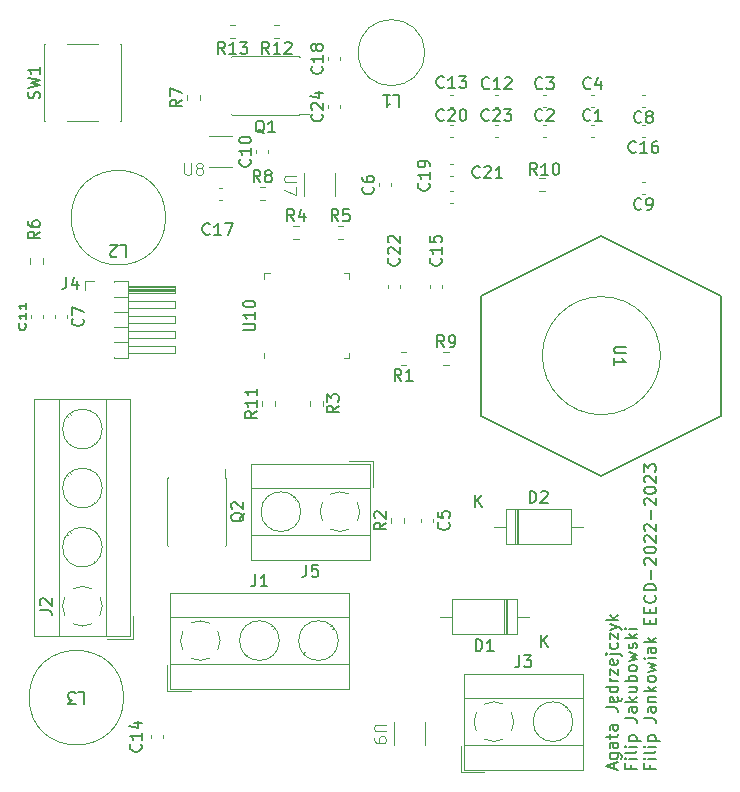
<source format=gbr>
%TF.GenerationSoftware,KiCad,Pcbnew,(6.0.8)*%
%TF.CreationDate,2023-02-22T01:01:06+01:00*%
%TF.ProjectId,EECD-22-7,45454344-2d32-4322-9d37-2e6b69636164,rev?*%
%TF.SameCoordinates,Original*%
%TF.FileFunction,Legend,Top*%
%TF.FilePolarity,Positive*%
%FSLAX46Y46*%
G04 Gerber Fmt 4.6, Leading zero omitted, Abs format (unit mm)*
G04 Created by KiCad (PCBNEW (6.0.8)) date 2023-02-22 01:01:06*
%MOMM*%
%LPD*%
G01*
G04 APERTURE LIST*
%ADD10C,0.150000*%
%ADD11C,0.100000*%
%ADD12C,0.120000*%
%ADD13C,0.200000*%
%ADD14C,0.050000*%
G04 APERTURE END LIST*
D10*
X142066666Y-149064023D02*
X142066666Y-148587833D01*
X142352380Y-149159261D02*
X141352380Y-148825928D01*
X142352380Y-148492595D01*
X141685714Y-147730690D02*
X142495238Y-147730690D01*
X142590476Y-147778309D01*
X142638095Y-147825928D01*
X142685714Y-147921166D01*
X142685714Y-148064023D01*
X142638095Y-148159261D01*
X142304761Y-147730690D02*
X142352380Y-147825928D01*
X142352380Y-148016404D01*
X142304761Y-148111642D01*
X142257142Y-148159261D01*
X142161904Y-148206880D01*
X141876190Y-148206880D01*
X141780952Y-148159261D01*
X141733333Y-148111642D01*
X141685714Y-148016404D01*
X141685714Y-147825928D01*
X141733333Y-147730690D01*
X142352380Y-146825928D02*
X141828571Y-146825928D01*
X141733333Y-146873547D01*
X141685714Y-146968785D01*
X141685714Y-147159261D01*
X141733333Y-147254500D01*
X142304761Y-146825928D02*
X142352380Y-146921166D01*
X142352380Y-147159261D01*
X142304761Y-147254500D01*
X142209523Y-147302119D01*
X142114285Y-147302119D01*
X142019047Y-147254500D01*
X141971428Y-147159261D01*
X141971428Y-146921166D01*
X141923809Y-146825928D01*
X141685714Y-146492595D02*
X141685714Y-146111642D01*
X141352380Y-146349738D02*
X142209523Y-146349738D01*
X142304761Y-146302119D01*
X142352380Y-146206880D01*
X142352380Y-146111642D01*
X142352380Y-145349738D02*
X141828571Y-145349738D01*
X141733333Y-145397357D01*
X141685714Y-145492595D01*
X141685714Y-145683071D01*
X141733333Y-145778309D01*
X142304761Y-145349738D02*
X142352380Y-145444976D01*
X142352380Y-145683071D01*
X142304761Y-145778309D01*
X142209523Y-145825928D01*
X142114285Y-145825928D01*
X142019047Y-145778309D01*
X141971428Y-145683071D01*
X141971428Y-145444976D01*
X141923809Y-145349738D01*
X141352380Y-143825928D02*
X142066666Y-143825928D01*
X142209523Y-143873547D01*
X142304761Y-143968785D01*
X142352380Y-144111642D01*
X142352380Y-144206880D01*
X142304761Y-142968785D02*
X142352380Y-143064023D01*
X142352380Y-143254500D01*
X142304761Y-143349738D01*
X142209523Y-143397357D01*
X141828571Y-143397357D01*
X141733333Y-143349738D01*
X141685714Y-143254500D01*
X141685714Y-143064023D01*
X141733333Y-142968785D01*
X141828571Y-142921166D01*
X141923809Y-142921166D01*
X142019047Y-143397357D01*
X142352380Y-143159261D02*
X142447619Y-143254500D01*
X142542857Y-143302119D01*
X142638095Y-143254500D01*
X142685714Y-143159261D01*
X142685714Y-143064023D01*
X142352380Y-142064023D02*
X141352380Y-142064023D01*
X142304761Y-142064023D02*
X142352380Y-142159261D01*
X142352380Y-142349738D01*
X142304761Y-142444976D01*
X142257142Y-142492595D01*
X142161904Y-142540214D01*
X141876190Y-142540214D01*
X141780952Y-142492595D01*
X141733333Y-142444976D01*
X141685714Y-142349738D01*
X141685714Y-142159261D01*
X141733333Y-142064023D01*
X142352380Y-141587833D02*
X141685714Y-141587833D01*
X141876190Y-141587833D02*
X141780952Y-141540214D01*
X141733333Y-141492595D01*
X141685714Y-141397357D01*
X141685714Y-141302119D01*
X141685714Y-141064023D02*
X141685714Y-140540214D01*
X142352380Y-141064023D01*
X142352380Y-140540214D01*
X142304761Y-139778309D02*
X142352380Y-139873547D01*
X142352380Y-140064023D01*
X142304761Y-140159261D01*
X142209523Y-140206880D01*
X141828571Y-140206880D01*
X141733333Y-140159261D01*
X141685714Y-140064023D01*
X141685714Y-139873547D01*
X141733333Y-139778309D01*
X141828571Y-139730690D01*
X141923809Y-139730690D01*
X142019047Y-140206880D01*
X141685714Y-139302119D02*
X142542857Y-139302119D01*
X142638095Y-139349738D01*
X142685714Y-139444976D01*
X142685714Y-139492595D01*
X141352380Y-139302119D02*
X141400000Y-139349738D01*
X141447619Y-139302119D01*
X141400000Y-139254500D01*
X141352380Y-139302119D01*
X141447619Y-139302119D01*
X142304761Y-138397357D02*
X142352380Y-138492595D01*
X142352380Y-138683071D01*
X142304761Y-138778309D01*
X142257142Y-138825928D01*
X142161904Y-138873547D01*
X141876190Y-138873547D01*
X141780952Y-138825928D01*
X141733333Y-138778309D01*
X141685714Y-138683071D01*
X141685714Y-138492595D01*
X141733333Y-138397357D01*
X141685714Y-138064023D02*
X141685714Y-137540214D01*
X142352380Y-138064023D01*
X142352380Y-137540214D01*
X141685714Y-137254500D02*
X142352380Y-137016404D01*
X141685714Y-136778309D02*
X142352380Y-137016404D01*
X142590476Y-137111642D01*
X142638095Y-137159261D01*
X142685714Y-137254500D01*
X142352380Y-136397357D02*
X141352380Y-136397357D01*
X141971428Y-136302119D02*
X142352380Y-136016404D01*
X141685714Y-136016404D02*
X142066666Y-136397357D01*
X143438571Y-148683071D02*
X143438571Y-149016404D01*
X143962380Y-149016404D02*
X142962380Y-149016404D01*
X142962380Y-148540214D01*
X143962380Y-148159261D02*
X143295714Y-148159261D01*
X142962380Y-148159261D02*
X143010000Y-148206880D01*
X143057619Y-148159261D01*
X143010000Y-148111642D01*
X142962380Y-148159261D01*
X143057619Y-148159261D01*
X143962380Y-147540214D02*
X143914761Y-147635452D01*
X143819523Y-147683071D01*
X142962380Y-147683071D01*
X143962380Y-147159261D02*
X143295714Y-147159261D01*
X142962380Y-147159261D02*
X143010000Y-147206880D01*
X143057619Y-147159261D01*
X143010000Y-147111642D01*
X142962380Y-147159261D01*
X143057619Y-147159261D01*
X143295714Y-146683071D02*
X144295714Y-146683071D01*
X143343333Y-146683071D02*
X143295714Y-146587833D01*
X143295714Y-146397357D01*
X143343333Y-146302119D01*
X143390952Y-146254500D01*
X143486190Y-146206880D01*
X143771904Y-146206880D01*
X143867142Y-146254500D01*
X143914761Y-146302119D01*
X143962380Y-146397357D01*
X143962380Y-146587833D01*
X143914761Y-146683071D01*
X142962380Y-144730690D02*
X143676666Y-144730690D01*
X143819523Y-144778309D01*
X143914761Y-144873547D01*
X143962380Y-145016404D01*
X143962380Y-145111642D01*
X143962380Y-143825928D02*
X143438571Y-143825928D01*
X143343333Y-143873547D01*
X143295714Y-143968785D01*
X143295714Y-144159261D01*
X143343333Y-144254500D01*
X143914761Y-143825928D02*
X143962380Y-143921166D01*
X143962380Y-144159261D01*
X143914761Y-144254500D01*
X143819523Y-144302119D01*
X143724285Y-144302119D01*
X143629047Y-144254500D01*
X143581428Y-144159261D01*
X143581428Y-143921166D01*
X143533809Y-143825928D01*
X143962380Y-143349738D02*
X142962380Y-143349738D01*
X143581428Y-143254500D02*
X143962380Y-142968785D01*
X143295714Y-142968785D02*
X143676666Y-143349738D01*
X143295714Y-142111642D02*
X143962380Y-142111642D01*
X143295714Y-142540214D02*
X143819523Y-142540214D01*
X143914761Y-142492595D01*
X143962380Y-142397357D01*
X143962380Y-142254500D01*
X143914761Y-142159261D01*
X143867142Y-142111642D01*
X143962380Y-141635452D02*
X142962380Y-141635452D01*
X143343333Y-141635452D02*
X143295714Y-141540214D01*
X143295714Y-141349738D01*
X143343333Y-141254500D01*
X143390952Y-141206880D01*
X143486190Y-141159261D01*
X143771904Y-141159261D01*
X143867142Y-141206880D01*
X143914761Y-141254500D01*
X143962380Y-141349738D01*
X143962380Y-141540214D01*
X143914761Y-141635452D01*
X143962380Y-140587833D02*
X143914761Y-140683071D01*
X143867142Y-140730690D01*
X143771904Y-140778309D01*
X143486190Y-140778309D01*
X143390952Y-140730690D01*
X143343333Y-140683071D01*
X143295714Y-140587833D01*
X143295714Y-140444976D01*
X143343333Y-140349738D01*
X143390952Y-140302119D01*
X143486190Y-140254500D01*
X143771904Y-140254500D01*
X143867142Y-140302119D01*
X143914761Y-140349738D01*
X143962380Y-140444976D01*
X143962380Y-140587833D01*
X143295714Y-139921166D02*
X143962380Y-139730690D01*
X143486190Y-139540214D01*
X143962380Y-139349738D01*
X143295714Y-139159261D01*
X143914761Y-138825928D02*
X143962380Y-138730690D01*
X143962380Y-138540214D01*
X143914761Y-138444976D01*
X143819523Y-138397357D01*
X143771904Y-138397357D01*
X143676666Y-138444976D01*
X143629047Y-138540214D01*
X143629047Y-138683071D01*
X143581428Y-138778309D01*
X143486190Y-138825928D01*
X143438571Y-138825928D01*
X143343333Y-138778309D01*
X143295714Y-138683071D01*
X143295714Y-138540214D01*
X143343333Y-138444976D01*
X143962380Y-137968785D02*
X142962380Y-137968785D01*
X143581428Y-137873547D02*
X143962380Y-137587833D01*
X143295714Y-137587833D02*
X143676666Y-137968785D01*
X143962380Y-137159261D02*
X143295714Y-137159261D01*
X142962380Y-137159261D02*
X143010000Y-137206880D01*
X143057619Y-137159261D01*
X143010000Y-137111642D01*
X142962380Y-137159261D01*
X143057619Y-137159261D01*
X145048571Y-148683071D02*
X145048571Y-149016404D01*
X145572380Y-149016404D02*
X144572380Y-149016404D01*
X144572380Y-148540214D01*
X145572380Y-148159261D02*
X144905714Y-148159261D01*
X144572380Y-148159261D02*
X144620000Y-148206880D01*
X144667619Y-148159261D01*
X144620000Y-148111642D01*
X144572380Y-148159261D01*
X144667619Y-148159261D01*
X145572380Y-147540214D02*
X145524761Y-147635452D01*
X145429523Y-147683071D01*
X144572380Y-147683071D01*
X145572380Y-147159261D02*
X144905714Y-147159261D01*
X144572380Y-147159261D02*
X144620000Y-147206880D01*
X144667619Y-147159261D01*
X144620000Y-147111642D01*
X144572380Y-147159261D01*
X144667619Y-147159261D01*
X144905714Y-146683071D02*
X145905714Y-146683071D01*
X144953333Y-146683071D02*
X144905714Y-146587833D01*
X144905714Y-146397357D01*
X144953333Y-146302119D01*
X145000952Y-146254500D01*
X145096190Y-146206880D01*
X145381904Y-146206880D01*
X145477142Y-146254500D01*
X145524761Y-146302119D01*
X145572380Y-146397357D01*
X145572380Y-146587833D01*
X145524761Y-146683071D01*
X144572380Y-144730690D02*
X145286666Y-144730690D01*
X145429523Y-144778309D01*
X145524761Y-144873547D01*
X145572380Y-145016404D01*
X145572380Y-145111642D01*
X145572380Y-143825928D02*
X145048571Y-143825928D01*
X144953333Y-143873547D01*
X144905714Y-143968785D01*
X144905714Y-144159261D01*
X144953333Y-144254500D01*
X145524761Y-143825928D02*
X145572380Y-143921166D01*
X145572380Y-144159261D01*
X145524761Y-144254500D01*
X145429523Y-144302119D01*
X145334285Y-144302119D01*
X145239047Y-144254500D01*
X145191428Y-144159261D01*
X145191428Y-143921166D01*
X145143809Y-143825928D01*
X144905714Y-143349738D02*
X145572380Y-143349738D01*
X145000952Y-143349738D02*
X144953333Y-143302119D01*
X144905714Y-143206880D01*
X144905714Y-143064023D01*
X144953333Y-142968785D01*
X145048571Y-142921166D01*
X145572380Y-142921166D01*
X145572380Y-142444976D02*
X144572380Y-142444976D01*
X145191428Y-142349738D02*
X145572380Y-142064023D01*
X144905714Y-142064023D02*
X145286666Y-142444976D01*
X145572380Y-141492595D02*
X145524761Y-141587833D01*
X145477142Y-141635452D01*
X145381904Y-141683071D01*
X145096190Y-141683071D01*
X145000952Y-141635452D01*
X144953333Y-141587833D01*
X144905714Y-141492595D01*
X144905714Y-141349738D01*
X144953333Y-141254500D01*
X145000952Y-141206880D01*
X145096190Y-141159261D01*
X145381904Y-141159261D01*
X145477142Y-141206880D01*
X145524761Y-141254500D01*
X145572380Y-141349738D01*
X145572380Y-141492595D01*
X144905714Y-140825928D02*
X145572380Y-140635452D01*
X145096190Y-140444976D01*
X145572380Y-140254500D01*
X144905714Y-140064023D01*
X145572380Y-139683071D02*
X144905714Y-139683071D01*
X144572380Y-139683071D02*
X144620000Y-139730690D01*
X144667619Y-139683071D01*
X144620000Y-139635452D01*
X144572380Y-139683071D01*
X144667619Y-139683071D01*
X145572380Y-138778309D02*
X145048571Y-138778309D01*
X144953333Y-138825928D01*
X144905714Y-138921166D01*
X144905714Y-139111642D01*
X144953333Y-139206880D01*
X145524761Y-138778309D02*
X145572380Y-138873547D01*
X145572380Y-139111642D01*
X145524761Y-139206880D01*
X145429523Y-139254500D01*
X145334285Y-139254500D01*
X145239047Y-139206880D01*
X145191428Y-139111642D01*
X145191428Y-138873547D01*
X145143809Y-138778309D01*
X145572380Y-138302119D02*
X144572380Y-138302119D01*
X145191428Y-138206880D02*
X145572380Y-137921166D01*
X144905714Y-137921166D02*
X145286666Y-138302119D01*
X145048571Y-136730690D02*
X145048571Y-136397357D01*
X145572380Y-136254500D02*
X145572380Y-136730690D01*
X144572380Y-136730690D01*
X144572380Y-136254500D01*
X145048571Y-135825928D02*
X145048571Y-135492595D01*
X145572380Y-135349738D02*
X145572380Y-135825928D01*
X144572380Y-135825928D01*
X144572380Y-135349738D01*
X145477142Y-134349738D02*
X145524761Y-134397357D01*
X145572380Y-134540214D01*
X145572380Y-134635452D01*
X145524761Y-134778309D01*
X145429523Y-134873547D01*
X145334285Y-134921166D01*
X145143809Y-134968785D01*
X145000952Y-134968785D01*
X144810476Y-134921166D01*
X144715238Y-134873547D01*
X144620000Y-134778309D01*
X144572380Y-134635452D01*
X144572380Y-134540214D01*
X144620000Y-134397357D01*
X144667619Y-134349738D01*
X145572380Y-133921166D02*
X144572380Y-133921166D01*
X144572380Y-133683071D01*
X144620000Y-133540214D01*
X144715238Y-133444976D01*
X144810476Y-133397357D01*
X145000952Y-133349738D01*
X145143809Y-133349738D01*
X145334285Y-133397357D01*
X145429523Y-133444976D01*
X145524761Y-133540214D01*
X145572380Y-133683071D01*
X145572380Y-133921166D01*
X145191428Y-132921166D02*
X145191428Y-132159261D01*
X144667619Y-131730690D02*
X144620000Y-131683071D01*
X144572380Y-131587833D01*
X144572380Y-131349738D01*
X144620000Y-131254500D01*
X144667619Y-131206880D01*
X144762857Y-131159261D01*
X144858095Y-131159261D01*
X145000952Y-131206880D01*
X145572380Y-131778309D01*
X145572380Y-131159261D01*
X144572380Y-130540214D02*
X144572380Y-130444976D01*
X144620000Y-130349738D01*
X144667619Y-130302119D01*
X144762857Y-130254500D01*
X144953333Y-130206880D01*
X145191428Y-130206880D01*
X145381904Y-130254500D01*
X145477142Y-130302119D01*
X145524761Y-130349738D01*
X145572380Y-130444976D01*
X145572380Y-130540214D01*
X145524761Y-130635452D01*
X145477142Y-130683071D01*
X145381904Y-130730690D01*
X145191428Y-130778309D01*
X144953333Y-130778309D01*
X144762857Y-130730690D01*
X144667619Y-130683071D01*
X144620000Y-130635452D01*
X144572380Y-130540214D01*
X144667619Y-129825928D02*
X144620000Y-129778309D01*
X144572380Y-129683071D01*
X144572380Y-129444976D01*
X144620000Y-129349738D01*
X144667619Y-129302119D01*
X144762857Y-129254500D01*
X144858095Y-129254500D01*
X145000952Y-129302119D01*
X145572380Y-129873547D01*
X145572380Y-129254500D01*
X144667619Y-128873547D02*
X144620000Y-128825928D01*
X144572380Y-128730690D01*
X144572380Y-128492595D01*
X144620000Y-128397357D01*
X144667619Y-128349738D01*
X144762857Y-128302119D01*
X144858095Y-128302119D01*
X145000952Y-128349738D01*
X145572380Y-128921166D01*
X145572380Y-128302119D01*
X145191428Y-127873547D02*
X145191428Y-127111642D01*
X144667619Y-126683071D02*
X144620000Y-126635452D01*
X144572380Y-126540214D01*
X144572380Y-126302119D01*
X144620000Y-126206880D01*
X144667619Y-126159261D01*
X144762857Y-126111642D01*
X144858095Y-126111642D01*
X145000952Y-126159261D01*
X145572380Y-126730690D01*
X145572380Y-126111642D01*
X144572380Y-125492595D02*
X144572380Y-125397357D01*
X144620000Y-125302119D01*
X144667619Y-125254500D01*
X144762857Y-125206880D01*
X144953333Y-125159261D01*
X145191428Y-125159261D01*
X145381904Y-125206880D01*
X145477142Y-125254500D01*
X145524761Y-125302119D01*
X145572380Y-125397357D01*
X145572380Y-125492595D01*
X145524761Y-125587833D01*
X145477142Y-125635452D01*
X145381904Y-125683071D01*
X145191428Y-125730690D01*
X144953333Y-125730690D01*
X144762857Y-125683071D01*
X144667619Y-125635452D01*
X144620000Y-125587833D01*
X144572380Y-125492595D01*
X144667619Y-124778309D02*
X144620000Y-124730690D01*
X144572380Y-124635452D01*
X144572380Y-124397357D01*
X144620000Y-124302119D01*
X144667619Y-124254500D01*
X144762857Y-124206880D01*
X144858095Y-124206880D01*
X145000952Y-124254500D01*
X145572380Y-124825928D01*
X145572380Y-124206880D01*
X144572380Y-123873547D02*
X144572380Y-123254500D01*
X144953333Y-123587833D01*
X144953333Y-123444976D01*
X145000952Y-123349738D01*
X145048571Y-123302119D01*
X145143809Y-123254500D01*
X145381904Y-123254500D01*
X145477142Y-123302119D01*
X145524761Y-123349738D01*
X145572380Y-123444976D01*
X145572380Y-123730690D01*
X145524761Y-123825928D01*
X145477142Y-123873547D01*
%TO.C,J3*%
X134032666Y-139426380D02*
X134032666Y-140140666D01*
X133985047Y-140283523D01*
X133889809Y-140378761D01*
X133746952Y-140426380D01*
X133651714Y-140426380D01*
X134413619Y-139426380D02*
X135032666Y-139426380D01*
X134699333Y-139807333D01*
X134842190Y-139807333D01*
X134937428Y-139854952D01*
X134985047Y-139902571D01*
X135032666Y-139997809D01*
X135032666Y-140235904D01*
X134985047Y-140331142D01*
X134937428Y-140378761D01*
X134842190Y-140426380D01*
X134556476Y-140426380D01*
X134461238Y-140378761D01*
X134413619Y-140331142D01*
%TO.C,C7*%
X97037142Y-110910666D02*
X97084761Y-110958285D01*
X97132380Y-111101142D01*
X97132380Y-111196380D01*
X97084761Y-111339238D01*
X96989523Y-111434476D01*
X96894285Y-111482095D01*
X96703809Y-111529714D01*
X96560952Y-111529714D01*
X96370476Y-111482095D01*
X96275238Y-111434476D01*
X96180000Y-111339238D01*
X96132380Y-111196380D01*
X96132380Y-111101142D01*
X96180000Y-110958285D01*
X96227619Y-110910666D01*
X96132380Y-110577333D02*
X96132380Y-109910666D01*
X97132380Y-110339238D01*
%TO.C,D1*%
X130325904Y-139066380D02*
X130325904Y-138066380D01*
X130564000Y-138066380D01*
X130706857Y-138114000D01*
X130802095Y-138209238D01*
X130849714Y-138304476D01*
X130897333Y-138494952D01*
X130897333Y-138637809D01*
X130849714Y-138828285D01*
X130802095Y-138923523D01*
X130706857Y-139018761D01*
X130564000Y-139066380D01*
X130325904Y-139066380D01*
X131849714Y-139066380D02*
X131278285Y-139066380D01*
X131564000Y-139066380D02*
X131564000Y-138066380D01*
X131468761Y-138209238D01*
X131373523Y-138304476D01*
X131278285Y-138352095D01*
X135882095Y-138696380D02*
X135882095Y-137696380D01*
X136453523Y-138696380D02*
X136024952Y-138124952D01*
X136453523Y-137696380D02*
X135882095Y-138267809D01*
%TO.C,C20*%
X127627142Y-94083142D02*
X127579523Y-94130761D01*
X127436666Y-94178380D01*
X127341428Y-94178380D01*
X127198571Y-94130761D01*
X127103333Y-94035523D01*
X127055714Y-93940285D01*
X127008095Y-93749809D01*
X127008095Y-93606952D01*
X127055714Y-93416476D01*
X127103333Y-93321238D01*
X127198571Y-93226000D01*
X127341428Y-93178380D01*
X127436666Y-93178380D01*
X127579523Y-93226000D01*
X127627142Y-93273619D01*
X128008095Y-93273619D02*
X128055714Y-93226000D01*
X128150952Y-93178380D01*
X128389047Y-93178380D01*
X128484285Y-93226000D01*
X128531904Y-93273619D01*
X128579523Y-93368857D01*
X128579523Y-93464095D01*
X128531904Y-93606952D01*
X127960476Y-94178380D01*
X128579523Y-94178380D01*
X129198571Y-93178380D02*
X129293809Y-93178380D01*
X129389047Y-93226000D01*
X129436666Y-93273619D01*
X129484285Y-93368857D01*
X129531904Y-93559333D01*
X129531904Y-93797428D01*
X129484285Y-93987904D01*
X129436666Y-94083142D01*
X129389047Y-94130761D01*
X129293809Y-94178380D01*
X129198571Y-94178380D01*
X129103333Y-94130761D01*
X129055714Y-94083142D01*
X129008095Y-93987904D01*
X128960476Y-93797428D01*
X128960476Y-93559333D01*
X129008095Y-93368857D01*
X129055714Y-93273619D01*
X129103333Y-93226000D01*
X129198571Y-93178380D01*
%TO.C,C15*%
X127357142Y-105798857D02*
X127404761Y-105846476D01*
X127452380Y-105989333D01*
X127452380Y-106084571D01*
X127404761Y-106227428D01*
X127309523Y-106322666D01*
X127214285Y-106370285D01*
X127023809Y-106417904D01*
X126880952Y-106417904D01*
X126690476Y-106370285D01*
X126595238Y-106322666D01*
X126500000Y-106227428D01*
X126452380Y-106084571D01*
X126452380Y-105989333D01*
X126500000Y-105846476D01*
X126547619Y-105798857D01*
X127452380Y-104846476D02*
X127452380Y-105417904D01*
X127452380Y-105132190D02*
X126452380Y-105132190D01*
X126595238Y-105227428D01*
X126690476Y-105322666D01*
X126738095Y-105417904D01*
X126452380Y-103941714D02*
X126452380Y-104417904D01*
X126928571Y-104465523D01*
X126880952Y-104417904D01*
X126833333Y-104322666D01*
X126833333Y-104084571D01*
X126880952Y-103989333D01*
X126928571Y-103941714D01*
X127023809Y-103894095D01*
X127261904Y-103894095D01*
X127357142Y-103941714D01*
X127404761Y-103989333D01*
X127452380Y-104084571D01*
X127452380Y-104322666D01*
X127404761Y-104417904D01*
X127357142Y-104465523D01*
%TO.C,C17*%
X107815142Y-103735142D02*
X107767523Y-103782761D01*
X107624666Y-103830380D01*
X107529428Y-103830380D01*
X107386571Y-103782761D01*
X107291333Y-103687523D01*
X107243714Y-103592285D01*
X107196095Y-103401809D01*
X107196095Y-103258952D01*
X107243714Y-103068476D01*
X107291333Y-102973238D01*
X107386571Y-102878000D01*
X107529428Y-102830380D01*
X107624666Y-102830380D01*
X107767523Y-102878000D01*
X107815142Y-102925619D01*
X108767523Y-103830380D02*
X108196095Y-103830380D01*
X108481809Y-103830380D02*
X108481809Y-102830380D01*
X108386571Y-102973238D01*
X108291333Y-103068476D01*
X108196095Y-103116095D01*
X109100857Y-102830380D02*
X109767523Y-102830380D01*
X109338952Y-103830380D01*
%TO.C,J4*%
X95678666Y-107402380D02*
X95678666Y-108116666D01*
X95631047Y-108259523D01*
X95535809Y-108354761D01*
X95392952Y-108402380D01*
X95297714Y-108402380D01*
X96583428Y-107735714D02*
X96583428Y-108402380D01*
X96345333Y-107354761D02*
X96107238Y-108069047D01*
X96726285Y-108069047D01*
%TO.C,C23*%
X131437142Y-94083142D02*
X131389523Y-94130761D01*
X131246666Y-94178380D01*
X131151428Y-94178380D01*
X131008571Y-94130761D01*
X130913333Y-94035523D01*
X130865714Y-93940285D01*
X130818095Y-93749809D01*
X130818095Y-93606952D01*
X130865714Y-93416476D01*
X130913333Y-93321238D01*
X131008571Y-93226000D01*
X131151428Y-93178380D01*
X131246666Y-93178380D01*
X131389523Y-93226000D01*
X131437142Y-93273619D01*
X131818095Y-93273619D02*
X131865714Y-93226000D01*
X131960952Y-93178380D01*
X132199047Y-93178380D01*
X132294285Y-93226000D01*
X132341904Y-93273619D01*
X132389523Y-93368857D01*
X132389523Y-93464095D01*
X132341904Y-93606952D01*
X131770476Y-94178380D01*
X132389523Y-94178380D01*
X132722857Y-93178380D02*
X133341904Y-93178380D01*
X133008571Y-93559333D01*
X133151428Y-93559333D01*
X133246666Y-93606952D01*
X133294285Y-93654571D01*
X133341904Y-93749809D01*
X133341904Y-93987904D01*
X133294285Y-94083142D01*
X133246666Y-94130761D01*
X133151428Y-94178380D01*
X132865714Y-94178380D01*
X132770476Y-94130761D01*
X132722857Y-94083142D01*
%TO.C,R5*%
X118705333Y-102654380D02*
X118372000Y-102178190D01*
X118133904Y-102654380D02*
X118133904Y-101654380D01*
X118514857Y-101654380D01*
X118610095Y-101702000D01*
X118657714Y-101749619D01*
X118705333Y-101844857D01*
X118705333Y-101987714D01*
X118657714Y-102082952D01*
X118610095Y-102130571D01*
X118514857Y-102178190D01*
X118133904Y-102178190D01*
X119610095Y-101654380D02*
X119133904Y-101654380D01*
X119086285Y-102130571D01*
X119133904Y-102082952D01*
X119229142Y-102035333D01*
X119467238Y-102035333D01*
X119562476Y-102082952D01*
X119610095Y-102130571D01*
X119657714Y-102225809D01*
X119657714Y-102463904D01*
X119610095Y-102559142D01*
X119562476Y-102606761D01*
X119467238Y-102654380D01*
X119229142Y-102654380D01*
X119133904Y-102606761D01*
X119086285Y-102559142D01*
%TO.C,R1*%
X124039333Y-116182380D02*
X123706000Y-115706190D01*
X123467904Y-116182380D02*
X123467904Y-115182380D01*
X123848857Y-115182380D01*
X123944095Y-115230000D01*
X123991714Y-115277619D01*
X124039333Y-115372857D01*
X124039333Y-115515714D01*
X123991714Y-115610952D01*
X123944095Y-115658571D01*
X123848857Y-115706190D01*
X123467904Y-115706190D01*
X124991714Y-116182380D02*
X124420285Y-116182380D01*
X124706000Y-116182380D02*
X124706000Y-115182380D01*
X124610761Y-115325238D01*
X124515523Y-115420476D01*
X124420285Y-115468095D01*
%TO.C,U1*%
X143041619Y-113284095D02*
X142232095Y-113284095D01*
X142136857Y-113331714D01*
X142089238Y-113379333D01*
X142041619Y-113474571D01*
X142041619Y-113665047D01*
X142089238Y-113760285D01*
X142136857Y-113807904D01*
X142232095Y-113855523D01*
X143041619Y-113855523D01*
X142041619Y-114855523D02*
X142041619Y-114284095D01*
X142041619Y-114569809D02*
X143041619Y-114569809D01*
X142898761Y-114474571D01*
X142803523Y-114379333D01*
X142755904Y-114284095D01*
%TO.C,R10*%
X135501142Y-98750380D02*
X135167809Y-98274190D01*
X134929714Y-98750380D02*
X134929714Y-97750380D01*
X135310666Y-97750380D01*
X135405904Y-97798000D01*
X135453523Y-97845619D01*
X135501142Y-97940857D01*
X135501142Y-98083714D01*
X135453523Y-98178952D01*
X135405904Y-98226571D01*
X135310666Y-98274190D01*
X134929714Y-98274190D01*
X136453523Y-98750380D02*
X135882095Y-98750380D01*
X136167809Y-98750380D02*
X136167809Y-97750380D01*
X136072571Y-97893238D01*
X135977333Y-97988476D01*
X135882095Y-98036095D01*
X137072571Y-97750380D02*
X137167809Y-97750380D01*
X137263047Y-97798000D01*
X137310666Y-97845619D01*
X137358285Y-97940857D01*
X137405904Y-98131333D01*
X137405904Y-98369428D01*
X137358285Y-98559904D01*
X137310666Y-98655142D01*
X137263047Y-98702761D01*
X137167809Y-98750380D01*
X137072571Y-98750380D01*
X136977333Y-98702761D01*
X136929714Y-98655142D01*
X136882095Y-98559904D01*
X136834476Y-98369428D01*
X136834476Y-98131333D01*
X136882095Y-97940857D01*
X136929714Y-97845619D01*
X136977333Y-97798000D01*
X137072571Y-97750380D01*
%TO.C,R11*%
X111798380Y-118752857D02*
X111322190Y-119086190D01*
X111798380Y-119324285D02*
X110798380Y-119324285D01*
X110798380Y-118943333D01*
X110846000Y-118848095D01*
X110893619Y-118800476D01*
X110988857Y-118752857D01*
X111131714Y-118752857D01*
X111226952Y-118800476D01*
X111274571Y-118848095D01*
X111322190Y-118943333D01*
X111322190Y-119324285D01*
X111798380Y-117800476D02*
X111798380Y-118371904D01*
X111798380Y-118086190D02*
X110798380Y-118086190D01*
X110941238Y-118181428D01*
X111036476Y-118276666D01*
X111084095Y-118371904D01*
X111798380Y-116848095D02*
X111798380Y-117419523D01*
X111798380Y-117133809D02*
X110798380Y-117133809D01*
X110941238Y-117229047D01*
X111036476Y-117324285D01*
X111084095Y-117419523D01*
%TO.C,R13*%
X109085142Y-88496380D02*
X108751809Y-88020190D01*
X108513714Y-88496380D02*
X108513714Y-87496380D01*
X108894666Y-87496380D01*
X108989904Y-87544000D01*
X109037523Y-87591619D01*
X109085142Y-87686857D01*
X109085142Y-87829714D01*
X109037523Y-87924952D01*
X108989904Y-87972571D01*
X108894666Y-88020190D01*
X108513714Y-88020190D01*
X110037523Y-88496380D02*
X109466095Y-88496380D01*
X109751809Y-88496380D02*
X109751809Y-87496380D01*
X109656571Y-87639238D01*
X109561333Y-87734476D01*
X109466095Y-87782095D01*
X110370857Y-87496380D02*
X110989904Y-87496380D01*
X110656571Y-87877333D01*
X110799428Y-87877333D01*
X110894666Y-87924952D01*
X110942285Y-87972571D01*
X110989904Y-88067809D01*
X110989904Y-88305904D01*
X110942285Y-88401142D01*
X110894666Y-88448761D01*
X110799428Y-88496380D01*
X110513714Y-88496380D01*
X110418476Y-88448761D01*
X110370857Y-88401142D01*
%TO.C,C18*%
X117291142Y-89555857D02*
X117338761Y-89603476D01*
X117386380Y-89746333D01*
X117386380Y-89841571D01*
X117338761Y-89984428D01*
X117243523Y-90079666D01*
X117148285Y-90127285D01*
X116957809Y-90174904D01*
X116814952Y-90174904D01*
X116624476Y-90127285D01*
X116529238Y-90079666D01*
X116434000Y-89984428D01*
X116386380Y-89841571D01*
X116386380Y-89746333D01*
X116434000Y-89603476D01*
X116481619Y-89555857D01*
X117386380Y-88603476D02*
X117386380Y-89174904D01*
X117386380Y-88889190D02*
X116386380Y-88889190D01*
X116529238Y-88984428D01*
X116624476Y-89079666D01*
X116672095Y-89174904D01*
X116814952Y-88032047D02*
X116767333Y-88127285D01*
X116719714Y-88174904D01*
X116624476Y-88222523D01*
X116576857Y-88222523D01*
X116481619Y-88174904D01*
X116434000Y-88127285D01*
X116386380Y-88032047D01*
X116386380Y-87841571D01*
X116434000Y-87746333D01*
X116481619Y-87698714D01*
X116576857Y-87651095D01*
X116624476Y-87651095D01*
X116719714Y-87698714D01*
X116767333Y-87746333D01*
X116814952Y-87841571D01*
X116814952Y-88032047D01*
X116862571Y-88127285D01*
X116910190Y-88174904D01*
X117005428Y-88222523D01*
X117195904Y-88222523D01*
X117291142Y-88174904D01*
X117338761Y-88127285D01*
X117386380Y-88032047D01*
X117386380Y-87841571D01*
X117338761Y-87746333D01*
X117291142Y-87698714D01*
X117195904Y-87651095D01*
X117005428Y-87651095D01*
X116910190Y-87698714D01*
X116862571Y-87746333D01*
X116814952Y-87841571D01*
%TO.C,C9*%
X144359333Y-101609142D02*
X144311714Y-101656761D01*
X144168857Y-101704380D01*
X144073619Y-101704380D01*
X143930761Y-101656761D01*
X143835523Y-101561523D01*
X143787904Y-101466285D01*
X143740285Y-101275809D01*
X143740285Y-101132952D01*
X143787904Y-100942476D01*
X143835523Y-100847238D01*
X143930761Y-100752000D01*
X144073619Y-100704380D01*
X144168857Y-100704380D01*
X144311714Y-100752000D01*
X144359333Y-100799619D01*
X144835523Y-101704380D02*
X145026000Y-101704380D01*
X145121238Y-101656761D01*
X145168857Y-101609142D01*
X145264095Y-101466285D01*
X145311714Y-101275809D01*
X145311714Y-100894857D01*
X145264095Y-100799619D01*
X145216476Y-100752000D01*
X145121238Y-100704380D01*
X144930761Y-100704380D01*
X144835523Y-100752000D01*
X144787904Y-100799619D01*
X144740285Y-100894857D01*
X144740285Y-101132952D01*
X144787904Y-101228190D01*
X144835523Y-101275809D01*
X144930761Y-101323428D01*
X145121238Y-101323428D01*
X145216476Y-101275809D01*
X145264095Y-101228190D01*
X145311714Y-101132952D01*
%TO.C,L2*%
X100242666Y-104703619D02*
X100718857Y-104703619D01*
X100718857Y-105703619D01*
X99956952Y-105608380D02*
X99909333Y-105656000D01*
X99814095Y-105703619D01*
X99576000Y-105703619D01*
X99480761Y-105656000D01*
X99433142Y-105608380D01*
X99385523Y-105513142D01*
X99385523Y-105417904D01*
X99433142Y-105275047D01*
X100004571Y-104703619D01*
X99385523Y-104703619D01*
%TO.C,C4*%
X140054333Y-91383142D02*
X140006714Y-91430761D01*
X139863857Y-91478380D01*
X139768619Y-91478380D01*
X139625761Y-91430761D01*
X139530523Y-91335523D01*
X139482904Y-91240285D01*
X139435285Y-91049809D01*
X139435285Y-90906952D01*
X139482904Y-90716476D01*
X139530523Y-90621238D01*
X139625761Y-90526000D01*
X139768619Y-90478380D01*
X139863857Y-90478380D01*
X140006714Y-90526000D01*
X140054333Y-90573619D01*
X140911476Y-90811714D02*
X140911476Y-91478380D01*
X140673380Y-90430761D02*
X140435285Y-91145047D01*
X141054333Y-91145047D01*
%TO.C,C2*%
X135977333Y-94083142D02*
X135929714Y-94130761D01*
X135786857Y-94178380D01*
X135691619Y-94178380D01*
X135548761Y-94130761D01*
X135453523Y-94035523D01*
X135405904Y-93940285D01*
X135358285Y-93749809D01*
X135358285Y-93606952D01*
X135405904Y-93416476D01*
X135453523Y-93321238D01*
X135548761Y-93226000D01*
X135691619Y-93178380D01*
X135786857Y-93178380D01*
X135929714Y-93226000D01*
X135977333Y-93273619D01*
X136358285Y-93273619D02*
X136405904Y-93226000D01*
X136501142Y-93178380D01*
X136739238Y-93178380D01*
X136834476Y-93226000D01*
X136882095Y-93273619D01*
X136929714Y-93368857D01*
X136929714Y-93464095D01*
X136882095Y-93606952D01*
X136310666Y-94178380D01*
X136929714Y-94178380D01*
%TO.C,D2*%
X134897904Y-126506380D02*
X134897904Y-125506380D01*
X135136000Y-125506380D01*
X135278857Y-125554000D01*
X135374095Y-125649238D01*
X135421714Y-125744476D01*
X135469333Y-125934952D01*
X135469333Y-126077809D01*
X135421714Y-126268285D01*
X135374095Y-126363523D01*
X135278857Y-126458761D01*
X135136000Y-126506380D01*
X134897904Y-126506380D01*
X135850285Y-125601619D02*
X135897904Y-125554000D01*
X135993142Y-125506380D01*
X136231238Y-125506380D01*
X136326476Y-125554000D01*
X136374095Y-125601619D01*
X136421714Y-125696857D01*
X136421714Y-125792095D01*
X136374095Y-125934952D01*
X135802666Y-126506380D01*
X136421714Y-126506380D01*
X130294095Y-126876380D02*
X130294095Y-125876380D01*
X130865523Y-126876380D02*
X130436952Y-126304952D01*
X130865523Y-125876380D02*
X130294095Y-126447809D01*
%TO.C,C13*%
X127627142Y-91289142D02*
X127579523Y-91336761D01*
X127436666Y-91384380D01*
X127341428Y-91384380D01*
X127198571Y-91336761D01*
X127103333Y-91241523D01*
X127055714Y-91146285D01*
X127008095Y-90955809D01*
X127008095Y-90812952D01*
X127055714Y-90622476D01*
X127103333Y-90527238D01*
X127198571Y-90432000D01*
X127341428Y-90384380D01*
X127436666Y-90384380D01*
X127579523Y-90432000D01*
X127627142Y-90479619D01*
X128579523Y-91384380D02*
X128008095Y-91384380D01*
X128293809Y-91384380D02*
X128293809Y-90384380D01*
X128198571Y-90527238D01*
X128103333Y-90622476D01*
X128008095Y-90670095D01*
X128912857Y-90384380D02*
X129531904Y-90384380D01*
X129198571Y-90765333D01*
X129341428Y-90765333D01*
X129436666Y-90812952D01*
X129484285Y-90860571D01*
X129531904Y-90955809D01*
X129531904Y-91193904D01*
X129484285Y-91289142D01*
X129436666Y-91336761D01*
X129341428Y-91384380D01*
X129055714Y-91384380D01*
X128960476Y-91336761D01*
X128912857Y-91289142D01*
%TO.C,SW1*%
X93382761Y-92265333D02*
X93430380Y-92122476D01*
X93430380Y-91884380D01*
X93382761Y-91789142D01*
X93335142Y-91741523D01*
X93239904Y-91693904D01*
X93144666Y-91693904D01*
X93049428Y-91741523D01*
X93001809Y-91789142D01*
X92954190Y-91884380D01*
X92906571Y-92074857D01*
X92858952Y-92170095D01*
X92811333Y-92217714D01*
X92716095Y-92265333D01*
X92620857Y-92265333D01*
X92525619Y-92217714D01*
X92478000Y-92170095D01*
X92430380Y-92074857D01*
X92430380Y-91836761D01*
X92478000Y-91693904D01*
X92430380Y-91360571D02*
X93430380Y-91122476D01*
X92716095Y-90932000D01*
X93430380Y-90741523D01*
X92430380Y-90503428D01*
X93430380Y-89598666D02*
X93430380Y-90170095D01*
X93430380Y-89884380D02*
X92430380Y-89884380D01*
X92573238Y-89979619D01*
X92668476Y-90074857D01*
X92716095Y-90170095D01*
%TO.C,C10*%
X111195142Y-97416857D02*
X111242761Y-97464476D01*
X111290380Y-97607333D01*
X111290380Y-97702571D01*
X111242761Y-97845428D01*
X111147523Y-97940666D01*
X111052285Y-97988285D01*
X110861809Y-98035904D01*
X110718952Y-98035904D01*
X110528476Y-97988285D01*
X110433238Y-97940666D01*
X110338000Y-97845428D01*
X110290380Y-97702571D01*
X110290380Y-97607333D01*
X110338000Y-97464476D01*
X110385619Y-97416857D01*
X111290380Y-96464476D02*
X111290380Y-97035904D01*
X111290380Y-96750190D02*
X110290380Y-96750190D01*
X110433238Y-96845428D01*
X110528476Y-96940666D01*
X110576095Y-97035904D01*
X110290380Y-95845428D02*
X110290380Y-95750190D01*
X110338000Y-95654952D01*
X110385619Y-95607333D01*
X110480857Y-95559714D01*
X110671333Y-95512095D01*
X110909428Y-95512095D01*
X111099904Y-95559714D01*
X111195142Y-95607333D01*
X111242761Y-95654952D01*
X111290380Y-95750190D01*
X111290380Y-95845428D01*
X111242761Y-95940666D01*
X111195142Y-95988285D01*
X111099904Y-96035904D01*
X110909428Y-96083523D01*
X110671333Y-96083523D01*
X110480857Y-96035904D01*
X110385619Y-95988285D01*
X110338000Y-95940666D01*
X110290380Y-95845428D01*
%TO.C,C21*%
X130675142Y-98909142D02*
X130627523Y-98956761D01*
X130484666Y-99004380D01*
X130389428Y-99004380D01*
X130246571Y-98956761D01*
X130151333Y-98861523D01*
X130103714Y-98766285D01*
X130056095Y-98575809D01*
X130056095Y-98432952D01*
X130103714Y-98242476D01*
X130151333Y-98147238D01*
X130246571Y-98052000D01*
X130389428Y-98004380D01*
X130484666Y-98004380D01*
X130627523Y-98052000D01*
X130675142Y-98099619D01*
X131056095Y-98099619D02*
X131103714Y-98052000D01*
X131198952Y-98004380D01*
X131437047Y-98004380D01*
X131532285Y-98052000D01*
X131579904Y-98099619D01*
X131627523Y-98194857D01*
X131627523Y-98290095D01*
X131579904Y-98432952D01*
X131008476Y-99004380D01*
X131627523Y-99004380D01*
X132579904Y-99004380D02*
X132008476Y-99004380D01*
X132294190Y-99004380D02*
X132294190Y-98004380D01*
X132198952Y-98147238D01*
X132103714Y-98242476D01*
X132008476Y-98290095D01*
%TO.C,R9*%
X127658333Y-113322380D02*
X127325000Y-112846190D01*
X127086904Y-113322380D02*
X127086904Y-112322380D01*
X127467857Y-112322380D01*
X127563095Y-112370000D01*
X127610714Y-112417619D01*
X127658333Y-112512857D01*
X127658333Y-112655714D01*
X127610714Y-112750952D01*
X127563095Y-112798571D01*
X127467857Y-112846190D01*
X127086904Y-112846190D01*
X128134523Y-113322380D02*
X128325000Y-113322380D01*
X128420238Y-113274761D01*
X128467857Y-113227142D01*
X128563095Y-113084285D01*
X128610714Y-112893809D01*
X128610714Y-112512857D01*
X128563095Y-112417619D01*
X128515476Y-112370000D01*
X128420238Y-112322380D01*
X128229761Y-112322380D01*
X128134523Y-112370000D01*
X128086904Y-112417619D01*
X128039285Y-112512857D01*
X128039285Y-112750952D01*
X128086904Y-112846190D01*
X128134523Y-112893809D01*
X128229761Y-112941428D01*
X128420238Y-112941428D01*
X128515476Y-112893809D01*
X128563095Y-112846190D01*
X128610714Y-112750952D01*
%TO.C,C6*%
X121609142Y-99747666D02*
X121656761Y-99795285D01*
X121704380Y-99938142D01*
X121704380Y-100033380D01*
X121656761Y-100176238D01*
X121561523Y-100271476D01*
X121466285Y-100319095D01*
X121275809Y-100366714D01*
X121132952Y-100366714D01*
X120942476Y-100319095D01*
X120847238Y-100271476D01*
X120752000Y-100176238D01*
X120704380Y-100033380D01*
X120704380Y-99938142D01*
X120752000Y-99795285D01*
X120799619Y-99747666D01*
X120704380Y-98890523D02*
X120704380Y-99081000D01*
X120752000Y-99176238D01*
X120799619Y-99223857D01*
X120942476Y-99319095D01*
X121132952Y-99366714D01*
X121513904Y-99366714D01*
X121609142Y-99319095D01*
X121656761Y-99271476D01*
X121704380Y-99176238D01*
X121704380Y-98985761D01*
X121656761Y-98890523D01*
X121609142Y-98842904D01*
X121513904Y-98795285D01*
X121275809Y-98795285D01*
X121180571Y-98842904D01*
X121132952Y-98890523D01*
X121085333Y-98985761D01*
X121085333Y-99176238D01*
X121132952Y-99271476D01*
X121180571Y-99319095D01*
X121275809Y-99366714D01*
D11*
%TO.C,U7*%
X115101619Y-98806095D02*
X114292095Y-98806095D01*
X114196857Y-98853714D01*
X114149238Y-98901333D01*
X114101619Y-98996571D01*
X114101619Y-99187047D01*
X114149238Y-99282285D01*
X114196857Y-99329904D01*
X114292095Y-99377523D01*
X115101619Y-99377523D01*
X115101619Y-99758476D02*
X115101619Y-100425142D01*
X114101619Y-99996571D01*
D10*
%TO.C,L1*%
X123356666Y-92003619D02*
X123832857Y-92003619D01*
X123832857Y-93003619D01*
X122499523Y-92003619D02*
X123070952Y-92003619D01*
X122785238Y-92003619D02*
X122785238Y-93003619D01*
X122880476Y-92860761D01*
X122975714Y-92765523D01*
X123070952Y-92717904D01*
%TO.C,R6*%
X93416380Y-103544666D02*
X92940190Y-103878000D01*
X93416380Y-104116095D02*
X92416380Y-104116095D01*
X92416380Y-103735142D01*
X92464000Y-103639904D01*
X92511619Y-103592285D01*
X92606857Y-103544666D01*
X92749714Y-103544666D01*
X92844952Y-103592285D01*
X92892571Y-103639904D01*
X92940190Y-103735142D01*
X92940190Y-104116095D01*
X92416380Y-102687523D02*
X92416380Y-102878000D01*
X92464000Y-102973238D01*
X92511619Y-103020857D01*
X92654476Y-103116095D01*
X92844952Y-103163714D01*
X93225904Y-103163714D01*
X93321142Y-103116095D01*
X93368761Y-103068476D01*
X93416380Y-102973238D01*
X93416380Y-102782761D01*
X93368761Y-102687523D01*
X93321142Y-102639904D01*
X93225904Y-102592285D01*
X92987809Y-102592285D01*
X92892571Y-102639904D01*
X92844952Y-102687523D01*
X92797333Y-102782761D01*
X92797333Y-102973238D01*
X92844952Y-103068476D01*
X92892571Y-103116095D01*
X92987809Y-103163714D01*
D11*
%TO.C,U9*%
X122721619Y-145288095D02*
X121912095Y-145288095D01*
X121816857Y-145335714D01*
X121769238Y-145383333D01*
X121721619Y-145478571D01*
X121721619Y-145669047D01*
X121769238Y-145764285D01*
X121816857Y-145811904D01*
X121912095Y-145859523D01*
X122721619Y-145859523D01*
X121721619Y-146383333D02*
X121721619Y-146573809D01*
X121769238Y-146669047D01*
X121816857Y-146716666D01*
X121959714Y-146811904D01*
X122150190Y-146859523D01*
X122531142Y-146859523D01*
X122626380Y-146811904D01*
X122674000Y-146764285D01*
X122721619Y-146669047D01*
X122721619Y-146478571D01*
X122674000Y-146383333D01*
X122626380Y-146335714D01*
X122531142Y-146288095D01*
X122293047Y-146288095D01*
X122197809Y-146335714D01*
X122150190Y-146383333D01*
X122102571Y-146478571D01*
X122102571Y-146669047D01*
X122150190Y-146764285D01*
X122197809Y-146811904D01*
X122293047Y-146859523D01*
D10*
%TO.C,R7*%
X105448380Y-92368666D02*
X104972190Y-92702000D01*
X105448380Y-92940095D02*
X104448380Y-92940095D01*
X104448380Y-92559142D01*
X104496000Y-92463904D01*
X104543619Y-92416285D01*
X104638857Y-92368666D01*
X104781714Y-92368666D01*
X104876952Y-92416285D01*
X104924571Y-92463904D01*
X104972190Y-92559142D01*
X104972190Y-92940095D01*
X104448380Y-92035333D02*
X104448380Y-91368666D01*
X105448380Y-91797238D01*
%TO.C,C1*%
X140041333Y-94083142D02*
X139993714Y-94130761D01*
X139850857Y-94178380D01*
X139755619Y-94178380D01*
X139612761Y-94130761D01*
X139517523Y-94035523D01*
X139469904Y-93940285D01*
X139422285Y-93749809D01*
X139422285Y-93606952D01*
X139469904Y-93416476D01*
X139517523Y-93321238D01*
X139612761Y-93226000D01*
X139755619Y-93178380D01*
X139850857Y-93178380D01*
X139993714Y-93226000D01*
X140041333Y-93273619D01*
X140993714Y-94178380D02*
X140422285Y-94178380D01*
X140708000Y-94178380D02*
X140708000Y-93178380D01*
X140612761Y-93321238D01*
X140517523Y-93416476D01*
X140422285Y-93464095D01*
%TO.C,U10*%
X110648380Y-111914095D02*
X111457904Y-111914095D01*
X111553142Y-111866476D01*
X111600761Y-111818857D01*
X111648380Y-111723619D01*
X111648380Y-111533142D01*
X111600761Y-111437904D01*
X111553142Y-111390285D01*
X111457904Y-111342666D01*
X110648380Y-111342666D01*
X111648380Y-110342666D02*
X111648380Y-110914095D01*
X111648380Y-110628380D02*
X110648380Y-110628380D01*
X110791238Y-110723619D01*
X110886476Y-110818857D01*
X110934095Y-110914095D01*
X110648380Y-109723619D02*
X110648380Y-109628380D01*
X110696000Y-109533142D01*
X110743619Y-109485523D01*
X110838857Y-109437904D01*
X111029333Y-109390285D01*
X111267428Y-109390285D01*
X111457904Y-109437904D01*
X111553142Y-109485523D01*
X111600761Y-109533142D01*
X111648380Y-109628380D01*
X111648380Y-109723619D01*
X111600761Y-109818857D01*
X111553142Y-109866476D01*
X111457904Y-109914095D01*
X111267428Y-109961714D01*
X111029333Y-109961714D01*
X110838857Y-109914095D01*
X110743619Y-109866476D01*
X110696000Y-109818857D01*
X110648380Y-109723619D01*
%TO.C,J1*%
X111680666Y-132568380D02*
X111680666Y-133282666D01*
X111633047Y-133425523D01*
X111537809Y-133520761D01*
X111394952Y-133568380D01*
X111299714Y-133568380D01*
X112680666Y-133568380D02*
X112109238Y-133568380D01*
X112394952Y-133568380D02*
X112394952Y-132568380D01*
X112299714Y-132711238D01*
X112204476Y-132806476D01*
X112109238Y-132854095D01*
%TO.C,C3*%
X135977333Y-91383142D02*
X135929714Y-91430761D01*
X135786857Y-91478380D01*
X135691619Y-91478380D01*
X135548761Y-91430761D01*
X135453523Y-91335523D01*
X135405904Y-91240285D01*
X135358285Y-91049809D01*
X135358285Y-90906952D01*
X135405904Y-90716476D01*
X135453523Y-90621238D01*
X135548761Y-90526000D01*
X135691619Y-90478380D01*
X135786857Y-90478380D01*
X135929714Y-90526000D01*
X135977333Y-90573619D01*
X136310666Y-90478380D02*
X136929714Y-90478380D01*
X136596380Y-90859333D01*
X136739238Y-90859333D01*
X136834476Y-90906952D01*
X136882095Y-90954571D01*
X136929714Y-91049809D01*
X136929714Y-91287904D01*
X136882095Y-91383142D01*
X136834476Y-91430761D01*
X136739238Y-91478380D01*
X136453523Y-91478380D01*
X136358285Y-91430761D01*
X136310666Y-91383142D01*
D11*
%TO.C,U8*%
X105664095Y-97750380D02*
X105664095Y-98559904D01*
X105711714Y-98655142D01*
X105759333Y-98702761D01*
X105854571Y-98750380D01*
X106045047Y-98750380D01*
X106140285Y-98702761D01*
X106187904Y-98655142D01*
X106235523Y-98559904D01*
X106235523Y-97750380D01*
X106854571Y-98178952D02*
X106759333Y-98131333D01*
X106711714Y-98083714D01*
X106664095Y-97988476D01*
X106664095Y-97940857D01*
X106711714Y-97845619D01*
X106759333Y-97798000D01*
X106854571Y-97750380D01*
X107045047Y-97750380D01*
X107140285Y-97798000D01*
X107187904Y-97845619D01*
X107235523Y-97940857D01*
X107235523Y-97988476D01*
X107187904Y-98083714D01*
X107140285Y-98131333D01*
X107045047Y-98178952D01*
X106854571Y-98178952D01*
X106759333Y-98226571D01*
X106711714Y-98274190D01*
X106664095Y-98369428D01*
X106664095Y-98559904D01*
X106711714Y-98655142D01*
X106759333Y-98702761D01*
X106854571Y-98750380D01*
X107045047Y-98750380D01*
X107140285Y-98702761D01*
X107187904Y-98655142D01*
X107235523Y-98559904D01*
X107235523Y-98369428D01*
X107187904Y-98274190D01*
X107140285Y-98226571D01*
X107045047Y-98178952D01*
D10*
%TO.C,L3*%
X96686666Y-142549619D02*
X97162857Y-142549619D01*
X97162857Y-143549619D01*
X96448571Y-143549619D02*
X95829523Y-143549619D01*
X96162857Y-143168666D01*
X96020000Y-143168666D01*
X95924761Y-143121047D01*
X95877142Y-143073428D01*
X95829523Y-142978190D01*
X95829523Y-142740095D01*
X95877142Y-142644857D01*
X95924761Y-142597238D01*
X96020000Y-142549619D01*
X96305714Y-142549619D01*
X96400952Y-142597238D01*
X96448571Y-142644857D01*
%TO.C,R12*%
X112832142Y-88496380D02*
X112498809Y-88020190D01*
X112260714Y-88496380D02*
X112260714Y-87496380D01*
X112641666Y-87496380D01*
X112736904Y-87544000D01*
X112784523Y-87591619D01*
X112832142Y-87686857D01*
X112832142Y-87829714D01*
X112784523Y-87924952D01*
X112736904Y-87972571D01*
X112641666Y-88020190D01*
X112260714Y-88020190D01*
X113784523Y-88496380D02*
X113213095Y-88496380D01*
X113498809Y-88496380D02*
X113498809Y-87496380D01*
X113403571Y-87639238D01*
X113308333Y-87734476D01*
X113213095Y-87782095D01*
X114165476Y-87591619D02*
X114213095Y-87544000D01*
X114308333Y-87496380D01*
X114546428Y-87496380D01*
X114641666Y-87544000D01*
X114689285Y-87591619D01*
X114736904Y-87686857D01*
X114736904Y-87782095D01*
X114689285Y-87924952D01*
X114117857Y-88496380D01*
X114736904Y-88496380D01*
%TO.C,C16*%
X143883142Y-96783142D02*
X143835523Y-96830761D01*
X143692666Y-96878380D01*
X143597428Y-96878380D01*
X143454571Y-96830761D01*
X143359333Y-96735523D01*
X143311714Y-96640285D01*
X143264095Y-96449809D01*
X143264095Y-96306952D01*
X143311714Y-96116476D01*
X143359333Y-96021238D01*
X143454571Y-95926000D01*
X143597428Y-95878380D01*
X143692666Y-95878380D01*
X143835523Y-95926000D01*
X143883142Y-95973619D01*
X144835523Y-96878380D02*
X144264095Y-96878380D01*
X144549809Y-96878380D02*
X144549809Y-95878380D01*
X144454571Y-96021238D01*
X144359333Y-96116476D01*
X144264095Y-96164095D01*
X145692666Y-95878380D02*
X145502190Y-95878380D01*
X145406952Y-95926000D01*
X145359333Y-95973619D01*
X145264095Y-96116476D01*
X145216476Y-96306952D01*
X145216476Y-96687904D01*
X145264095Y-96783142D01*
X145311714Y-96830761D01*
X145406952Y-96878380D01*
X145597428Y-96878380D01*
X145692666Y-96830761D01*
X145740285Y-96783142D01*
X145787904Y-96687904D01*
X145787904Y-96449809D01*
X145740285Y-96354571D01*
X145692666Y-96306952D01*
X145597428Y-96259333D01*
X145406952Y-96259333D01*
X145311714Y-96306952D01*
X145264095Y-96354571D01*
X145216476Y-96449809D01*
%TO.C,C22*%
X123801142Y-105798857D02*
X123848761Y-105846476D01*
X123896380Y-105989333D01*
X123896380Y-106084571D01*
X123848761Y-106227428D01*
X123753523Y-106322666D01*
X123658285Y-106370285D01*
X123467809Y-106417904D01*
X123324952Y-106417904D01*
X123134476Y-106370285D01*
X123039238Y-106322666D01*
X122944000Y-106227428D01*
X122896380Y-106084571D01*
X122896380Y-105989333D01*
X122944000Y-105846476D01*
X122991619Y-105798857D01*
X122991619Y-105417904D02*
X122944000Y-105370285D01*
X122896380Y-105275047D01*
X122896380Y-105036952D01*
X122944000Y-104941714D01*
X122991619Y-104894095D01*
X123086857Y-104846476D01*
X123182095Y-104846476D01*
X123324952Y-104894095D01*
X123896380Y-105465523D01*
X123896380Y-104846476D01*
X122991619Y-104465523D02*
X122944000Y-104417904D01*
X122896380Y-104322666D01*
X122896380Y-104084571D01*
X122944000Y-103989333D01*
X122991619Y-103941714D01*
X123086857Y-103894095D01*
X123182095Y-103894095D01*
X123324952Y-103941714D01*
X123896380Y-104513142D01*
X123896380Y-103894095D01*
%TO.C,R2*%
X122720380Y-128182666D02*
X122244190Y-128516000D01*
X122720380Y-128754095D02*
X121720380Y-128754095D01*
X121720380Y-128373142D01*
X121768000Y-128277904D01*
X121815619Y-128230285D01*
X121910857Y-128182666D01*
X122053714Y-128182666D01*
X122148952Y-128230285D01*
X122196571Y-128277904D01*
X122244190Y-128373142D01*
X122244190Y-128754095D01*
X121815619Y-127801714D02*
X121768000Y-127754095D01*
X121720380Y-127658857D01*
X121720380Y-127420761D01*
X121768000Y-127325523D01*
X121815619Y-127277904D01*
X121910857Y-127230285D01*
X122006095Y-127230285D01*
X122148952Y-127277904D01*
X122720380Y-127849333D01*
X122720380Y-127230285D01*
%TO.C,C14*%
X101957142Y-146946857D02*
X102004761Y-146994476D01*
X102052380Y-147137333D01*
X102052380Y-147232571D01*
X102004761Y-147375428D01*
X101909523Y-147470666D01*
X101814285Y-147518285D01*
X101623809Y-147565904D01*
X101480952Y-147565904D01*
X101290476Y-147518285D01*
X101195238Y-147470666D01*
X101100000Y-147375428D01*
X101052380Y-147232571D01*
X101052380Y-147137333D01*
X101100000Y-146994476D01*
X101147619Y-146946857D01*
X102052380Y-145994476D02*
X102052380Y-146565904D01*
X102052380Y-146280190D02*
X101052380Y-146280190D01*
X101195238Y-146375428D01*
X101290476Y-146470666D01*
X101338095Y-146565904D01*
X101385714Y-145137333D02*
X102052380Y-145137333D01*
X101004761Y-145375428D02*
X101719047Y-145613523D01*
X101719047Y-144994476D01*
%TO.C,C11*%
X92162285Y-111322571D02*
X92190857Y-111365428D01*
X92219428Y-111494000D01*
X92219428Y-111579714D01*
X92190857Y-111708285D01*
X92133714Y-111794000D01*
X92076571Y-111836857D01*
X91962285Y-111879714D01*
X91876571Y-111879714D01*
X91762285Y-111836857D01*
X91705142Y-111794000D01*
X91648000Y-111708285D01*
X91619428Y-111579714D01*
X91619428Y-111494000D01*
X91648000Y-111365428D01*
X91676571Y-111322571D01*
X92219428Y-110465428D02*
X92219428Y-110979714D01*
X92219428Y-110722571D02*
X91619428Y-110722571D01*
X91705142Y-110808285D01*
X91762285Y-110894000D01*
X91790857Y-110979714D01*
X92219428Y-109608285D02*
X92219428Y-110122571D01*
X92219428Y-109865428D02*
X91619428Y-109865428D01*
X91705142Y-109951142D01*
X91762285Y-110036857D01*
X91790857Y-110122571D01*
%TO.C,C8*%
X144359333Y-94243142D02*
X144311714Y-94290761D01*
X144168857Y-94338380D01*
X144073619Y-94338380D01*
X143930761Y-94290761D01*
X143835523Y-94195523D01*
X143787904Y-94100285D01*
X143740285Y-93909809D01*
X143740285Y-93766952D01*
X143787904Y-93576476D01*
X143835523Y-93481238D01*
X143930761Y-93386000D01*
X144073619Y-93338380D01*
X144168857Y-93338380D01*
X144311714Y-93386000D01*
X144359333Y-93433619D01*
X144930761Y-93766952D02*
X144835523Y-93719333D01*
X144787904Y-93671714D01*
X144740285Y-93576476D01*
X144740285Y-93528857D01*
X144787904Y-93433619D01*
X144835523Y-93386000D01*
X144930761Y-93338380D01*
X145121238Y-93338380D01*
X145216476Y-93386000D01*
X145264095Y-93433619D01*
X145311714Y-93528857D01*
X145311714Y-93576476D01*
X145264095Y-93671714D01*
X145216476Y-93719333D01*
X145121238Y-93766952D01*
X144930761Y-93766952D01*
X144835523Y-93814571D01*
X144787904Y-93862190D01*
X144740285Y-93957428D01*
X144740285Y-94147904D01*
X144787904Y-94243142D01*
X144835523Y-94290761D01*
X144930761Y-94338380D01*
X145121238Y-94338380D01*
X145216476Y-94290761D01*
X145264095Y-94243142D01*
X145311714Y-94147904D01*
X145311714Y-93957428D01*
X145264095Y-93862190D01*
X145216476Y-93814571D01*
X145121238Y-93766952D01*
%TO.C,C24*%
X117291142Y-93593857D02*
X117338761Y-93641476D01*
X117386380Y-93784333D01*
X117386380Y-93879571D01*
X117338761Y-94022428D01*
X117243523Y-94117666D01*
X117148285Y-94165285D01*
X116957809Y-94212904D01*
X116814952Y-94212904D01*
X116624476Y-94165285D01*
X116529238Y-94117666D01*
X116434000Y-94022428D01*
X116386380Y-93879571D01*
X116386380Y-93784333D01*
X116434000Y-93641476D01*
X116481619Y-93593857D01*
X116481619Y-93212904D02*
X116434000Y-93165285D01*
X116386380Y-93070047D01*
X116386380Y-92831952D01*
X116434000Y-92736714D01*
X116481619Y-92689095D01*
X116576857Y-92641476D01*
X116672095Y-92641476D01*
X116814952Y-92689095D01*
X117386380Y-93260523D01*
X117386380Y-92641476D01*
X116719714Y-91784333D02*
X117386380Y-91784333D01*
X116338761Y-92022428D02*
X117053047Y-92260523D01*
X117053047Y-91641476D01*
%TO.C,J5*%
X115998666Y-131766380D02*
X115998666Y-132480666D01*
X115951047Y-132623523D01*
X115855809Y-132718761D01*
X115712952Y-132766380D01*
X115617714Y-132766380D01*
X116951047Y-131766380D02*
X116474857Y-131766380D01*
X116427238Y-132242571D01*
X116474857Y-132194952D01*
X116570095Y-132147333D01*
X116808190Y-132147333D01*
X116903428Y-132194952D01*
X116951047Y-132242571D01*
X116998666Y-132337809D01*
X116998666Y-132575904D01*
X116951047Y-132671142D01*
X116903428Y-132718761D01*
X116808190Y-132766380D01*
X116570095Y-132766380D01*
X116474857Y-132718761D01*
X116427238Y-132671142D01*
%TO.C,R3*%
X118722380Y-118276666D02*
X118246190Y-118610000D01*
X118722380Y-118848095D02*
X117722380Y-118848095D01*
X117722380Y-118467142D01*
X117770000Y-118371904D01*
X117817619Y-118324285D01*
X117912857Y-118276666D01*
X118055714Y-118276666D01*
X118150952Y-118324285D01*
X118198571Y-118371904D01*
X118246190Y-118467142D01*
X118246190Y-118848095D01*
X117722380Y-117943333D02*
X117722380Y-117324285D01*
X118103333Y-117657619D01*
X118103333Y-117514761D01*
X118150952Y-117419523D01*
X118198571Y-117371904D01*
X118293809Y-117324285D01*
X118531904Y-117324285D01*
X118627142Y-117371904D01*
X118674761Y-117419523D01*
X118722380Y-117514761D01*
X118722380Y-117800476D01*
X118674761Y-117895714D01*
X118627142Y-117943333D01*
%TO.C,R8*%
X112101333Y-99352380D02*
X111768000Y-98876190D01*
X111529904Y-99352380D02*
X111529904Y-98352380D01*
X111910857Y-98352380D01*
X112006095Y-98400000D01*
X112053714Y-98447619D01*
X112101333Y-98542857D01*
X112101333Y-98685714D01*
X112053714Y-98780952D01*
X112006095Y-98828571D01*
X111910857Y-98876190D01*
X111529904Y-98876190D01*
X112672761Y-98780952D02*
X112577523Y-98733333D01*
X112529904Y-98685714D01*
X112482285Y-98590476D01*
X112482285Y-98542857D01*
X112529904Y-98447619D01*
X112577523Y-98400000D01*
X112672761Y-98352380D01*
X112863238Y-98352380D01*
X112958476Y-98400000D01*
X113006095Y-98447619D01*
X113053714Y-98542857D01*
X113053714Y-98590476D01*
X113006095Y-98685714D01*
X112958476Y-98733333D01*
X112863238Y-98780952D01*
X112672761Y-98780952D01*
X112577523Y-98828571D01*
X112529904Y-98876190D01*
X112482285Y-98971428D01*
X112482285Y-99161904D01*
X112529904Y-99257142D01*
X112577523Y-99304761D01*
X112672761Y-99352380D01*
X112863238Y-99352380D01*
X112958476Y-99304761D01*
X113006095Y-99257142D01*
X113053714Y-99161904D01*
X113053714Y-98971428D01*
X113006095Y-98876190D01*
X112958476Y-98828571D01*
X112863238Y-98780952D01*
%TO.C,R4*%
X114958333Y-102654380D02*
X114625000Y-102178190D01*
X114386904Y-102654380D02*
X114386904Y-101654380D01*
X114767857Y-101654380D01*
X114863095Y-101702000D01*
X114910714Y-101749619D01*
X114958333Y-101844857D01*
X114958333Y-101987714D01*
X114910714Y-102082952D01*
X114863095Y-102130571D01*
X114767857Y-102178190D01*
X114386904Y-102178190D01*
X115815476Y-101987714D02*
X115815476Y-102654380D01*
X115577380Y-101606761D02*
X115339285Y-102321047D01*
X115958333Y-102321047D01*
%TO.C,C5*%
X128025142Y-128169666D02*
X128072761Y-128217285D01*
X128120380Y-128360142D01*
X128120380Y-128455380D01*
X128072761Y-128598238D01*
X127977523Y-128693476D01*
X127882285Y-128741095D01*
X127691809Y-128788714D01*
X127548952Y-128788714D01*
X127358476Y-128741095D01*
X127263238Y-128693476D01*
X127168000Y-128598238D01*
X127120380Y-128455380D01*
X127120380Y-128360142D01*
X127168000Y-128217285D01*
X127215619Y-128169666D01*
X127120380Y-127264904D02*
X127120380Y-127741095D01*
X127596571Y-127788714D01*
X127548952Y-127741095D01*
X127501333Y-127645857D01*
X127501333Y-127407761D01*
X127548952Y-127312523D01*
X127596571Y-127264904D01*
X127691809Y-127217285D01*
X127929904Y-127217285D01*
X128025142Y-127264904D01*
X128072761Y-127312523D01*
X128120380Y-127407761D01*
X128120380Y-127645857D01*
X128072761Y-127741095D01*
X128025142Y-127788714D01*
%TO.C,C19*%
X126341142Y-99448857D02*
X126388761Y-99496476D01*
X126436380Y-99639333D01*
X126436380Y-99734571D01*
X126388761Y-99877428D01*
X126293523Y-99972666D01*
X126198285Y-100020285D01*
X126007809Y-100067904D01*
X125864952Y-100067904D01*
X125674476Y-100020285D01*
X125579238Y-99972666D01*
X125484000Y-99877428D01*
X125436380Y-99734571D01*
X125436380Y-99639333D01*
X125484000Y-99496476D01*
X125531619Y-99448857D01*
X126436380Y-98496476D02*
X126436380Y-99067904D01*
X126436380Y-98782190D02*
X125436380Y-98782190D01*
X125579238Y-98877428D01*
X125674476Y-98972666D01*
X125722095Y-99067904D01*
X126436380Y-98020285D02*
X126436380Y-97829809D01*
X126388761Y-97734571D01*
X126341142Y-97686952D01*
X126198285Y-97591714D01*
X126007809Y-97544095D01*
X125626857Y-97544095D01*
X125531619Y-97591714D01*
X125484000Y-97639333D01*
X125436380Y-97734571D01*
X125436380Y-97925047D01*
X125484000Y-98020285D01*
X125531619Y-98067904D01*
X125626857Y-98115523D01*
X125864952Y-98115523D01*
X125960190Y-98067904D01*
X126007809Y-98020285D01*
X126055428Y-97925047D01*
X126055428Y-97734571D01*
X126007809Y-97639333D01*
X125960190Y-97591714D01*
X125864952Y-97544095D01*
%TO.C,Q1*%
X112426761Y-95233619D02*
X112331523Y-95186000D01*
X112236285Y-95090761D01*
X112093428Y-94947904D01*
X111998190Y-94900285D01*
X111902952Y-94900285D01*
X111950571Y-95138380D02*
X111855333Y-95090761D01*
X111760095Y-94995523D01*
X111712476Y-94805047D01*
X111712476Y-94471714D01*
X111760095Y-94281238D01*
X111855333Y-94186000D01*
X111950571Y-94138380D01*
X112141047Y-94138380D01*
X112236285Y-94186000D01*
X112331523Y-94281238D01*
X112379142Y-94471714D01*
X112379142Y-94805047D01*
X112331523Y-94995523D01*
X112236285Y-95090761D01*
X112141047Y-95138380D01*
X111950571Y-95138380D01*
X113331523Y-95138380D02*
X112760095Y-95138380D01*
X113045809Y-95138380D02*
X113045809Y-94138380D01*
X112950571Y-94281238D01*
X112855333Y-94376476D01*
X112760095Y-94424095D01*
%TO.C,J2*%
X93432380Y-135595383D02*
X94146666Y-135595383D01*
X94289523Y-135643002D01*
X94384761Y-135738240D01*
X94432380Y-135881097D01*
X94432380Y-135976335D01*
X93527619Y-135166811D02*
X93480000Y-135119192D01*
X93432380Y-135023954D01*
X93432380Y-134785859D01*
X93480000Y-134690621D01*
X93527619Y-134643002D01*
X93622857Y-134595383D01*
X93718095Y-134595383D01*
X93860952Y-134643002D01*
X94432380Y-135214430D01*
X94432380Y-134595383D01*
%TO.C,Q2*%
X110727619Y-127349238D02*
X110680000Y-127444476D01*
X110584761Y-127539714D01*
X110441904Y-127682571D01*
X110394285Y-127777809D01*
X110394285Y-127873047D01*
X110632380Y-127825428D02*
X110584761Y-127920666D01*
X110489523Y-128015904D01*
X110299047Y-128063523D01*
X109965714Y-128063523D01*
X109775238Y-128015904D01*
X109680000Y-127920666D01*
X109632380Y-127825428D01*
X109632380Y-127634952D01*
X109680000Y-127539714D01*
X109775238Y-127444476D01*
X109965714Y-127396857D01*
X110299047Y-127396857D01*
X110489523Y-127444476D01*
X110584761Y-127539714D01*
X110632380Y-127634952D01*
X110632380Y-127825428D01*
X109727619Y-127015904D02*
X109680000Y-126968285D01*
X109632380Y-126873047D01*
X109632380Y-126634952D01*
X109680000Y-126539714D01*
X109727619Y-126492095D01*
X109822857Y-126444476D01*
X109918095Y-126444476D01*
X110060952Y-126492095D01*
X110632380Y-127063523D01*
X110632380Y-126444476D01*
%TO.C,C12*%
X131463142Y-91383142D02*
X131415523Y-91430761D01*
X131272666Y-91478380D01*
X131177428Y-91478380D01*
X131034571Y-91430761D01*
X130939333Y-91335523D01*
X130891714Y-91240285D01*
X130844095Y-91049809D01*
X130844095Y-90906952D01*
X130891714Y-90716476D01*
X130939333Y-90621238D01*
X131034571Y-90526000D01*
X131177428Y-90478380D01*
X131272666Y-90478380D01*
X131415523Y-90526000D01*
X131463142Y-90573619D01*
X132415523Y-91478380D02*
X131844095Y-91478380D01*
X132129809Y-91478380D02*
X132129809Y-90478380D01*
X132034571Y-90621238D01*
X131939333Y-90716476D01*
X131844095Y-90764095D01*
X132796476Y-90573619D02*
X132844095Y-90526000D01*
X132939333Y-90478380D01*
X133177428Y-90478380D01*
X133272666Y-90526000D01*
X133320285Y-90573619D01*
X133367904Y-90668857D01*
X133367904Y-90764095D01*
X133320285Y-90906952D01*
X132748857Y-91478380D01*
X133367904Y-91478380D01*
D12*
%TO.C,J3*%
X129306000Y-147034000D02*
X139426000Y-147034000D01*
X129306000Y-149094000D02*
X139426000Y-149094000D01*
X138141000Y-143965000D02*
X138047000Y-144058000D01*
X129306000Y-140974000D02*
X129306000Y-149094000D01*
X129306000Y-143034000D02*
X139426000Y-143034000D01*
X129066000Y-147094000D02*
X129066000Y-149334000D01*
X135686000Y-146010000D02*
X135592000Y-146103000D01*
X135856000Y-146250000D02*
X135797000Y-146308000D01*
X139426000Y-140974000D02*
X139426000Y-149094000D01*
X129306000Y-140974000D02*
X139426000Y-140974000D01*
X129066000Y-149334000D02*
X131066000Y-149334000D01*
X137936000Y-143759000D02*
X137877000Y-143818000D01*
X132655000Y-143550000D02*
G75*
G03*
X131076911Y-143550047I-789000J-1483995D01*
G01*
X130382000Y-144245000D02*
G75*
G03*
X130382047Y-145823089I1483995J-789000D01*
G01*
X131866000Y-146714000D02*
G75*
G03*
X132654712Y-146517352I0J1680000D01*
G01*
X131077000Y-146518000D02*
G75*
G03*
X131895383Y-146714450I788998J1483995D01*
G01*
X133350001Y-145823000D02*
G75*
G03*
X133349953Y-144244911I-1484001J789000D01*
G01*
X138546000Y-145034000D02*
G75*
G03*
X138546000Y-145034000I-1680000J0D01*
G01*
%TO.C,C7*%
X94740000Y-110603420D02*
X94740000Y-110884580D01*
X95760000Y-110603420D02*
X95760000Y-110884580D01*
%TO.C,D1*%
X127324000Y-136144000D02*
X128344000Y-136144000D01*
X128344000Y-137614000D02*
X133784000Y-137614000D01*
X133784000Y-134674000D02*
X128344000Y-134674000D01*
X128344000Y-134674000D02*
X128344000Y-137614000D01*
X134804000Y-136144000D02*
X133784000Y-136144000D01*
X133004000Y-137614000D02*
X133004000Y-134674000D01*
X132884000Y-137614000D02*
X132884000Y-134674000D01*
X132764000Y-137614000D02*
X132764000Y-134674000D01*
X133784000Y-137614000D02*
X133784000Y-134674000D01*
%TO.C,C20*%
X128142420Y-95506000D02*
X128423580Y-95506000D01*
X128142420Y-94486000D02*
X128423580Y-94486000D01*
%TO.C,C15*%
X126490000Y-108344580D02*
X126490000Y-108063420D01*
X127510000Y-108344580D02*
X127510000Y-108063420D01*
%TO.C,C17*%
X108571420Y-100840000D02*
X108852580Y-100840000D01*
X108571420Y-99820000D02*
X108852580Y-99820000D01*
%TO.C,J4*%
X104847000Y-113268000D02*
X104847000Y-113788000D01*
X100847000Y-108488000D02*
X104847000Y-108488000D01*
X104847000Y-110728000D02*
X104847000Y-111248000D01*
X99727000Y-110337677D02*
X99727000Y-110368323D01*
X104847000Y-111248000D02*
X100847000Y-111248000D01*
X99727000Y-109083000D02*
X100847000Y-109083000D01*
X104847000Y-111998000D02*
X104847000Y-112518000D01*
X104847000Y-113788000D02*
X100847000Y-113788000D01*
X100847000Y-111998000D02*
X104847000Y-111998000D01*
X104847000Y-109978000D02*
X100847000Y-109978000D01*
X99727000Y-112893000D02*
X100847000Y-112893000D01*
X100847000Y-108608000D02*
X104847000Y-108608000D01*
X97257000Y-108448000D02*
X97257000Y-107688000D01*
X100847000Y-108368000D02*
X104847000Y-108368000D01*
X97257000Y-107688000D02*
X98017000Y-107688000D01*
X99727000Y-114223000D02*
X99727000Y-114147677D01*
X104847000Y-108188000D02*
X104847000Y-108708000D01*
X99727000Y-110353000D02*
X100847000Y-110353000D01*
X99727000Y-107828323D02*
X99727000Y-107753000D01*
X104847000Y-108708000D02*
X100847000Y-108708000D01*
X99727000Y-112877677D02*
X99727000Y-112908323D01*
X100847000Y-107753000D02*
X100847000Y-114223000D01*
X99727000Y-111607677D02*
X99727000Y-111638323D01*
X100847000Y-114223000D02*
X99727000Y-114223000D01*
X99727000Y-107753000D02*
X100847000Y-107753000D01*
X104847000Y-112518000D02*
X100847000Y-112518000D01*
X100847000Y-110728000D02*
X104847000Y-110728000D01*
X99727000Y-111623000D02*
X100847000Y-111623000D01*
X100847000Y-109458000D02*
X104847000Y-109458000D01*
X100847000Y-108248000D02*
X104847000Y-108248000D01*
X100847000Y-113268000D02*
X104847000Y-113268000D01*
X100847000Y-108188000D02*
X104847000Y-108188000D01*
X99727000Y-109067677D02*
X99727000Y-109098323D01*
X104847000Y-109458000D02*
X104847000Y-109978000D01*
%TO.C,C23*%
X131952420Y-94486000D02*
X132233580Y-94486000D01*
X131952420Y-95506000D02*
X132233580Y-95506000D01*
%TO.C,R5*%
X118634742Y-103109500D02*
X119109258Y-103109500D01*
X118634742Y-104154500D02*
X119109258Y-104154500D01*
%TO.C,R1*%
X124443258Y-113777500D02*
X123968742Y-113777500D01*
X124443258Y-114822500D02*
X123968742Y-114822500D01*
%TO.C,U1*%
X145970000Y-114046000D02*
G75*
G03*
X145970000Y-114046000I-5000000J0D01*
G01*
D13*
X151130000Y-108966000D02*
X151130000Y-119126000D01*
X140970000Y-124206000D01*
X130810000Y-119126000D01*
X130810000Y-108966000D01*
X140970000Y-103886000D01*
X151130000Y-108966000D01*
D12*
%TO.C,R10*%
X135715742Y-100090500D02*
X136190258Y-100090500D01*
X135715742Y-99045500D02*
X136190258Y-99045500D01*
%TO.C,R11*%
X112253500Y-118347258D02*
X112253500Y-117872742D01*
X113298500Y-118347258D02*
X113298500Y-117872742D01*
%TO.C,R13*%
X109965258Y-86091500D02*
X109490742Y-86091500D01*
X109965258Y-87136500D02*
X109490742Y-87136500D01*
%TO.C,C18*%
X118874000Y-89053580D02*
X118874000Y-88772420D01*
X117854000Y-89053580D02*
X117854000Y-88772420D01*
%TO.C,C9*%
X144666580Y-99312000D02*
X144385420Y-99312000D01*
X144666580Y-100332000D02*
X144385420Y-100332000D01*
%TO.C,L2*%
X104076000Y-102362000D02*
G75*
G03*
X104076000Y-102362000I-4000000J0D01*
G01*
%TO.C,C4*%
X140080420Y-91946000D02*
X140361580Y-91946000D01*
X140080420Y-92966000D02*
X140361580Y-92966000D01*
%TO.C,C2*%
X136016420Y-94486000D02*
X136297580Y-94486000D01*
X136016420Y-95506000D02*
X136297580Y-95506000D01*
%TO.C,D2*%
X139376000Y-128524000D02*
X138356000Y-128524000D01*
X133936000Y-127054000D02*
X133936000Y-129994000D01*
X138356000Y-127054000D02*
X132916000Y-127054000D01*
X133816000Y-127054000D02*
X133816000Y-129994000D01*
X132916000Y-127054000D02*
X132916000Y-129994000D01*
X132916000Y-129994000D02*
X138356000Y-129994000D01*
X131896000Y-128524000D02*
X132916000Y-128524000D01*
X133696000Y-127054000D02*
X133696000Y-129994000D01*
X138356000Y-129994000D02*
X138356000Y-127054000D01*
%TO.C,C13*%
X128116420Y-91946000D02*
X128397580Y-91946000D01*
X128116420Y-92966000D02*
X128397580Y-92966000D01*
%TO.C,SW1*%
X93798000Y-94162000D02*
X93798000Y-87702000D01*
X100258000Y-94162000D02*
X100258000Y-87702000D01*
X95728000Y-94162000D02*
X98328000Y-94162000D01*
X93828000Y-94162000D02*
X93798000Y-94162000D01*
X93798000Y-87702000D02*
X93828000Y-87702000D01*
X100258000Y-94162000D02*
X100228000Y-94162000D01*
X95728000Y-87702000D02*
X98328000Y-87702000D01*
X100258000Y-87702000D02*
X100228000Y-87702000D01*
%TO.C,C10*%
X112778000Y-96914580D02*
X112778000Y-96633420D01*
X111758000Y-96914580D02*
X111758000Y-96633420D01*
%TO.C,C21*%
X128129420Y-97788000D02*
X128410580Y-97788000D01*
X128129420Y-98808000D02*
X128410580Y-98808000D01*
%TO.C,R9*%
X127587742Y-114822500D02*
X128062258Y-114822500D01*
X127587742Y-113777500D02*
X128062258Y-113777500D01*
%TO.C,C6*%
X123192000Y-99721580D02*
X123192000Y-99440420D01*
X122172000Y-99721580D02*
X122172000Y-99440420D01*
D14*
%TO.C,U7*%
X118394000Y-98568000D02*
X118394000Y-100568000D01*
X115794000Y-98568000D02*
X115794000Y-100568000D01*
D12*
%TO.C,L1*%
X125990000Y-88392000D02*
G75*
G03*
X125990000Y-88392000I-2800000J0D01*
G01*
%TO.C,R6*%
X92617500Y-106269258D02*
X92617500Y-105794742D01*
X93662500Y-106269258D02*
X93662500Y-105794742D01*
D14*
%TO.C,U9*%
X126014000Y-145050000D02*
X126014000Y-147050000D01*
X123414000Y-145050000D02*
X123414000Y-147050000D01*
D12*
%TO.C,R7*%
X105903500Y-92439258D02*
X105903500Y-91964742D01*
X106948500Y-92439258D02*
X106948500Y-91964742D01*
%TO.C,C1*%
X140067420Y-94486000D02*
X140348580Y-94486000D01*
X140067420Y-95506000D02*
X140348580Y-95506000D01*
%TO.C,U10*%
X119626000Y-107066000D02*
X119151000Y-107066000D01*
X119626000Y-114286000D02*
X119151000Y-114286000D01*
X119626000Y-107541000D02*
X119626000Y-107066000D01*
X119626000Y-113811000D02*
X119626000Y-114286000D01*
X112406000Y-107541000D02*
X112406000Y-107066000D01*
X112406000Y-113811000D02*
X112406000Y-114286000D01*
X112406000Y-107066000D02*
X112881000Y-107066000D01*
%TO.C,J1*%
X116004000Y-139392000D02*
X115945000Y-139450000D01*
X104214000Y-140236000D02*
X104214000Y-142476000D01*
X104214000Y-142476000D02*
X106214000Y-142476000D01*
X104454000Y-134116000D02*
X104454000Y-142236000D01*
X110834000Y-139152000D02*
X110740000Y-139245000D01*
X118084000Y-136901000D02*
X118025000Y-136960000D01*
X104454000Y-142236000D02*
X119574000Y-142236000D01*
X113084000Y-136901000D02*
X113025000Y-136960000D01*
X119574000Y-134116000D02*
X119574000Y-142236000D01*
X115834000Y-139152000D02*
X115740000Y-139245000D01*
X113289000Y-137107000D02*
X113195000Y-137200000D01*
X104454000Y-140176000D02*
X119574000Y-140176000D01*
X104454000Y-136176000D02*
X119574000Y-136176000D01*
X118289000Y-137107000D02*
X118195000Y-137200000D01*
X111004000Y-139392000D02*
X110945000Y-139450000D01*
X104454000Y-134116000D02*
X119574000Y-134116000D01*
X108498001Y-138965000D02*
G75*
G03*
X108497953Y-137386911I-1484001J789000D01*
G01*
X105530000Y-137387000D02*
G75*
G03*
X105530047Y-138965089I1483995J-789000D01*
G01*
X106225000Y-139660000D02*
G75*
G03*
X107043383Y-139856450I788998J1483995D01*
G01*
X107803000Y-136692000D02*
G75*
G03*
X106224911Y-136692047I-789000J-1483995D01*
G01*
X107014000Y-139856000D02*
G75*
G03*
X107802712Y-139659352I0J1680000D01*
G01*
X118694000Y-138176000D02*
G75*
G03*
X118694000Y-138176000I-1680000J0D01*
G01*
X113694000Y-138176000D02*
G75*
G03*
X113694000Y-138176000I-1680000J0D01*
G01*
%TO.C,C3*%
X136003420Y-91946000D02*
X136284580Y-91946000D01*
X136003420Y-92966000D02*
X136284580Y-92966000D01*
D14*
%TO.C,U8*%
X107712000Y-98074000D02*
X109712000Y-98074000D01*
X107712000Y-95474000D02*
X109712000Y-95474000D01*
D12*
%TO.C,L3*%
X100520000Y-143002000D02*
G75*
G03*
X100520000Y-143002000I-4000000J0D01*
G01*
%TO.C,R12*%
X113712258Y-86091500D02*
X113237742Y-86091500D01*
X113712258Y-87136500D02*
X113237742Y-87136500D01*
%TO.C,C16*%
X144666580Y-95506000D02*
X144385420Y-95506000D01*
X144666580Y-94486000D02*
X144385420Y-94486000D01*
%TO.C,C22*%
X123954000Y-108063420D02*
X123954000Y-108344580D01*
X122934000Y-108063420D02*
X122934000Y-108344580D01*
%TO.C,R2*%
X124220500Y-128253258D02*
X124220500Y-127778742D01*
X123175500Y-128253258D02*
X123175500Y-127778742D01*
%TO.C,C14*%
X102868000Y-146444580D02*
X102868000Y-146163420D01*
X103888000Y-146444580D02*
X103888000Y-146163420D01*
%TO.C,C11*%
X92708000Y-110603420D02*
X92708000Y-110884580D01*
X93728000Y-110603420D02*
X93728000Y-110884580D01*
%TO.C,C8*%
X144666580Y-91946000D02*
X144385420Y-91946000D01*
X144666580Y-92966000D02*
X144385420Y-92966000D01*
%TO.C,C24*%
X117854000Y-93091580D02*
X117854000Y-92810420D01*
X118874000Y-93091580D02*
X118874000Y-92810420D01*
%TO.C,J5*%
X121392000Y-131314000D02*
X121392000Y-123194000D01*
X121632000Y-122954000D02*
X119632000Y-122954000D01*
X121392000Y-125254000D02*
X111272000Y-125254000D01*
X111272000Y-131314000D02*
X111272000Y-123194000D01*
X121392000Y-131314000D02*
X111272000Y-131314000D01*
X112762000Y-128529000D02*
X112821000Y-128470000D01*
X121392000Y-129254000D02*
X111272000Y-129254000D01*
X112557000Y-128323000D02*
X112651000Y-128230000D01*
X114842000Y-126038000D02*
X114901000Y-125980000D01*
X121632000Y-125194000D02*
X121632000Y-122954000D01*
X115012000Y-126278000D02*
X115106000Y-126185000D01*
X121392000Y-123194000D02*
X111272000Y-123194000D01*
X119621000Y-125770000D02*
G75*
G03*
X118802617Y-125573550I-788998J-1483995D01*
G01*
X120316000Y-128043000D02*
G75*
G03*
X120315953Y-126464911I-1483995J789000D01*
G01*
X118043000Y-128738000D02*
G75*
G03*
X119621089Y-128737953I789000J1483995D01*
G01*
X118832000Y-125574000D02*
G75*
G03*
X118043288Y-125770648I0J-1680000D01*
G01*
X117347999Y-126465000D02*
G75*
G03*
X117348047Y-128043089I1484001J-789000D01*
G01*
X115512000Y-127254000D02*
G75*
G03*
X115512000Y-127254000I-1680000J0D01*
G01*
%TO.C,R3*%
X116317500Y-117872742D02*
X116317500Y-118347258D01*
X117362500Y-117872742D02*
X117362500Y-118347258D01*
%TO.C,R8*%
X112030742Y-100852500D02*
X112505258Y-100852500D01*
X112030742Y-99807500D02*
X112505258Y-99807500D01*
%TO.C,R4*%
X114887742Y-104154500D02*
X115362258Y-104154500D01*
X114887742Y-103109500D02*
X115362258Y-103109500D01*
%TO.C,C5*%
X126748000Y-127862420D02*
X126748000Y-128143580D01*
X125728000Y-127862420D02*
X125728000Y-128143580D01*
%TO.C,C19*%
X128129420Y-100074000D02*
X128410580Y-100074000D01*
X128129420Y-101094000D02*
X128410580Y-101094000D01*
%TO.C,Q1*%
X109722000Y-88686000D02*
X115322000Y-88686000D01*
X115322000Y-93686000D02*
X109722000Y-93686000D01*
X109622000Y-88786000D02*
X109722000Y-88686000D01*
X109722000Y-93686000D02*
X109622000Y-93586000D01*
X115322000Y-88686000D02*
X115422000Y-88786000D01*
X116172000Y-93586000D02*
X115422000Y-93586000D01*
X115422000Y-93586000D02*
X115322000Y-93686000D01*
%TO.C,J2*%
X92968000Y-117701000D02*
X101088000Y-117701000D01*
X95959000Y-123987000D02*
X96052000Y-124081000D01*
X99028000Y-137822000D02*
X99028000Y-117701000D01*
X99088000Y-138062000D02*
X101328000Y-138062000D01*
X98244000Y-126272000D02*
X98302000Y-126331000D01*
X95753000Y-119192000D02*
X95812000Y-119251000D01*
X95959000Y-128987000D02*
X96052000Y-129081000D01*
X95028000Y-137822000D02*
X95028000Y-117701000D01*
X95753000Y-129192000D02*
X95812000Y-129251000D01*
X92968000Y-137822000D02*
X92968000Y-117701000D01*
X98004000Y-131442000D02*
X98097000Y-131536000D01*
X95959000Y-118987000D02*
X96052000Y-119081000D01*
X98244000Y-131272000D02*
X98302000Y-131331000D01*
X101088000Y-137822000D02*
X101088000Y-117701000D01*
X98244000Y-121272000D02*
X98302000Y-121331000D01*
X92968000Y-137822000D02*
X101088000Y-137822000D01*
X101328000Y-138062000D02*
X101328000Y-136062000D01*
X98004000Y-126442000D02*
X98097000Y-126536000D01*
X98004000Y-121442000D02*
X98097000Y-121536000D01*
X95753000Y-124192000D02*
X95812000Y-124251000D01*
X98512000Y-136051000D02*
G75*
G03*
X98708450Y-135232617I-1483995J788998D01*
G01*
X98708000Y-135262000D02*
G75*
G03*
X98511352Y-134473288I-1680000J0D01*
G01*
X96239000Y-136746000D02*
G75*
G03*
X97817089Y-136745953I789000J1483995D01*
G01*
X97817000Y-133777999D02*
G75*
G03*
X96238911Y-133778047I-789000J-1484001D01*
G01*
X95544000Y-134473000D02*
G75*
G03*
X95544047Y-136051089I1483995J-789000D01*
G01*
X98708000Y-125262000D02*
G75*
G03*
X98708000Y-125262000I-1680000J0D01*
G01*
X98708000Y-120262000D02*
G75*
G03*
X98708000Y-120262000I-1680000J0D01*
G01*
X98708000Y-130262000D02*
G75*
G03*
X98708000Y-130262000I-1680000J0D01*
G01*
%TO.C,Q2*%
X104280000Y-130154000D02*
X104180000Y-130054000D01*
X104180000Y-130054000D02*
X104180000Y-124454000D01*
X109180000Y-124454000D02*
X109180000Y-130054000D01*
X109080000Y-124354000D02*
X109180000Y-124454000D01*
X109180000Y-130054000D02*
X109080000Y-130154000D01*
X104180000Y-124454000D02*
X104280000Y-124354000D01*
X109080000Y-123604000D02*
X109080000Y-124354000D01*
%TO.C,C12*%
X131965420Y-91946000D02*
X132246580Y-91946000D01*
X131965420Y-92966000D02*
X132246580Y-92966000D01*
%TD*%
M02*

</source>
